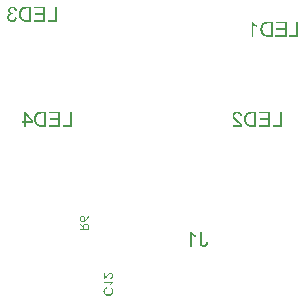
<source format=gbr>
G04*
G04 #@! TF.GenerationSoftware,Altium Limited,Altium Designer,26.1.1 (7)*
G04*
G04 Layer_Color=32896*
%FSLAX44Y44*%
%MOMM*%
G71*
G04*
G04 #@! TF.SameCoordinates,FB23F88C-E865-406B-BE6F-A8DC1CEE19A6*
G04*
G04*
G04 #@! TF.FilePolarity,Positive*
G04*
G01*
G75*
%ADD10C,0.1244*%
G36*
X182699Y463599D02*
X174813D01*
Y465092D01*
X181023D01*
Y476201D01*
X182699D01*
Y463599D01*
D02*
G37*
G36*
X172810D02*
X163394D01*
Y465092D01*
X171134D01*
Y469372D01*
X164159D01*
Y470865D01*
X171134D01*
Y474708D01*
X163685D01*
Y476201D01*
X172810D01*
Y463599D01*
D02*
G37*
G36*
X161081D02*
X156546D01*
X156128Y463617D01*
X155745Y463635D01*
X155399Y463672D01*
X155108Y463708D01*
X154853Y463744D01*
X154671Y463763D01*
X154616Y463781D01*
X154561Y463799D01*
X154525D01*
X154197Y463890D01*
X153906Y463999D01*
X153651Y464090D01*
X153432Y464200D01*
X153250Y464291D01*
X153123Y464364D01*
X153050Y464418D01*
X153013Y464436D01*
X152777Y464600D01*
X152576Y464801D01*
X152376Y464983D01*
X152212Y465165D01*
X152066Y465329D01*
X151957Y465456D01*
X151884Y465547D01*
X151866Y465584D01*
X151684Y465875D01*
X151502Y466185D01*
X151356Y466476D01*
X151247Y466768D01*
X151138Y467023D01*
X151065Y467223D01*
X151046Y467296D01*
X151028Y467350D01*
X151010Y467387D01*
Y467405D01*
X150901Y467842D01*
X150810Y468279D01*
X150755Y468698D01*
X150701Y469099D01*
X150682Y469445D01*
Y469590D01*
X150664Y469718D01*
Y469809D01*
Y469900D01*
Y469936D01*
Y469955D01*
X150682Y470574D01*
X150737Y471138D01*
X150828Y471648D01*
X150864Y471885D01*
X150919Y472085D01*
X150974Y472286D01*
X151010Y472450D01*
X151046Y472595D01*
X151101Y472723D01*
X151119Y472832D01*
X151156Y472905D01*
X151174Y472941D01*
Y472960D01*
X151374Y473433D01*
X151611Y473852D01*
X151866Y474216D01*
X152103Y474526D01*
X152321Y474781D01*
X152503Y474963D01*
X152576Y475018D01*
X152631Y475072D01*
X152649Y475090D01*
X152667Y475109D01*
X152959Y475345D01*
X153268Y475527D01*
X153578Y475691D01*
X153869Y475819D01*
X154124Y475910D01*
X154325Y475965D01*
X154397Y476001D01*
X154452D01*
X154488Y476019D01*
X154507D01*
X154816Y476074D01*
X155181Y476128D01*
X155545Y476165D01*
X155909Y476183D01*
X156237Y476201D01*
X161081D01*
Y463599D01*
D02*
G37*
G36*
X149535Y468042D02*
Y466622D01*
X144053D01*
Y463599D01*
X142505D01*
Y466622D01*
X140793D01*
Y468042D01*
X142505D01*
Y476201D01*
X143762D01*
X149535Y468042D01*
D02*
G37*
G36*
X132856Y565120D02*
X133347Y565028D01*
X133766Y564883D01*
X134130Y564737D01*
X134294Y564646D01*
X134422Y564573D01*
X134549Y564500D01*
X134640Y564427D01*
X134713Y564373D01*
X134768Y564336D01*
X134804Y564318D01*
X134823Y564300D01*
X135169Y563954D01*
X135442Y563572D01*
X135660Y563171D01*
X135842Y562770D01*
X135952Y562424D01*
X136006Y562279D01*
X136043Y562151D01*
X136061Y562042D01*
X136079Y561969D01*
X136097Y561914D01*
Y561896D01*
X134549Y561623D01*
X134476Y562024D01*
X134367Y562369D01*
X134240Y562661D01*
X134112Y562898D01*
X133985Y563080D01*
X133876Y563207D01*
X133803Y563298D01*
X133784Y563316D01*
X133548Y563499D01*
X133293Y563644D01*
X133056Y563735D01*
X132819Y563808D01*
X132601Y563845D01*
X132437Y563881D01*
X132291D01*
X131963Y563863D01*
X131672Y563790D01*
X131417Y563699D01*
X131198Y563608D01*
X131034Y563499D01*
X130907Y563408D01*
X130816Y563335D01*
X130798Y563316D01*
X130597Y563098D01*
X130452Y562861D01*
X130361Y562625D01*
X130288Y562406D01*
X130251Y562206D01*
X130215Y562060D01*
Y561951D01*
Y561932D01*
Y561914D01*
Y561714D01*
X130251Y561532D01*
X130342Y561222D01*
X130470Y560949D01*
X130616Y560712D01*
X130761Y560548D01*
X130889Y560421D01*
X130980Y560348D01*
X130998Y560330D01*
X131016D01*
X131326Y560166D01*
X131617Y560038D01*
X131927Y559947D01*
X132200Y559893D01*
X132437Y559856D01*
X132637Y559820D01*
X132874D01*
X132947Y559838D01*
X133038D01*
X133220Y558472D01*
X132983Y558527D01*
X132765Y558563D01*
X132583Y558600D01*
X132419Y558618D01*
X132291Y558636D01*
X132127D01*
X131745Y558600D01*
X131399Y558527D01*
X131089Y558418D01*
X130834Y558290D01*
X130634Y558163D01*
X130488Y558053D01*
X130397Y557980D01*
X130361Y557944D01*
X130124Y557671D01*
X129942Y557379D01*
X129814Y557088D01*
X129741Y556797D01*
X129687Y556560D01*
X129669Y556360D01*
X129650Y556287D01*
Y556232D01*
Y556196D01*
Y556177D01*
X129687Y555777D01*
X129778Y555413D01*
X129887Y555103D01*
X130033Y554830D01*
X130178Y554611D01*
X130288Y554447D01*
X130379Y554338D01*
X130415Y554302D01*
X130707Y554047D01*
X131016Y553865D01*
X131326Y553737D01*
X131617Y553646D01*
X131872Y553591D01*
X132072Y553573D01*
X132145Y553555D01*
X132255D01*
X132583Y553573D01*
X132892Y553646D01*
X133165Y553737D01*
X133384Y553846D01*
X133566Y553937D01*
X133712Y554029D01*
X133784Y554101D01*
X133821Y554120D01*
X134039Y554375D01*
X134221Y554666D01*
X134385Y554976D01*
X134513Y555303D01*
X134604Y555577D01*
X134640Y555704D01*
X134659Y555813D01*
X134677Y555904D01*
X134695Y555977D01*
X134713Y556014D01*
Y556032D01*
X136261Y555831D01*
X136225Y555540D01*
X136170Y555267D01*
X136006Y554757D01*
X135806Y554320D01*
X135697Y554138D01*
X135587Y553956D01*
X135478Y553792D01*
X135369Y553664D01*
X135278Y553537D01*
X135187Y553446D01*
X135132Y553373D01*
X135077Y553318D01*
X135041Y553282D01*
X135023Y553264D01*
X134804Y553100D01*
X134586Y552936D01*
X134367Y552808D01*
X134130Y552699D01*
X133675Y552517D01*
X133238Y552408D01*
X133038Y552371D01*
X132856Y552335D01*
X132692Y552317D01*
X132546Y552298D01*
X132437Y552280D01*
X132273D01*
X131927Y552298D01*
X131617Y552335D01*
X131308Y552389D01*
X131016Y552462D01*
X130743Y552553D01*
X130506Y552644D01*
X130270Y552754D01*
X130069Y552863D01*
X129869Y552954D01*
X129705Y553063D01*
X129559Y553154D01*
X129450Y553245D01*
X129359Y553318D01*
X129286Y553373D01*
X129250Y553409D01*
X129232Y553428D01*
X129013Y553646D01*
X128831Y553883D01*
X128667Y554120D01*
X128521Y554356D01*
X128412Y554575D01*
X128303Y554812D01*
X128157Y555249D01*
X128121Y555449D01*
X128084Y555631D01*
X128048Y555795D01*
X128029Y555941D01*
X128011Y556050D01*
Y556141D01*
Y556196D01*
Y556214D01*
X128029Y556651D01*
X128102Y557052D01*
X128212Y557398D01*
X128321Y557689D01*
X128430Y557926D01*
X128539Y558108D01*
X128612Y558217D01*
X128631Y558254D01*
X128885Y558527D01*
X129159Y558764D01*
X129450Y558946D01*
X129741Y559091D01*
X129996Y559201D01*
X130197Y559273D01*
X130270Y559292D01*
X130324Y559310D01*
X130361Y559328D01*
X130379D01*
X130069Y559492D01*
X129814Y559656D01*
X129596Y559838D01*
X129414Y560002D01*
X129268Y560148D01*
X129159Y560275D01*
X129104Y560348D01*
X129086Y560384D01*
X128940Y560639D01*
X128831Y560894D01*
X128740Y561149D01*
X128685Y561386D01*
X128649Y561586D01*
X128631Y561732D01*
Y561841D01*
Y561878D01*
X128649Y562187D01*
X128703Y562497D01*
X128776Y562770D01*
X128867Y563007D01*
X128958Y563207D01*
X129031Y563371D01*
X129086Y563462D01*
X129104Y563499D01*
X129286Y563772D01*
X129505Y564009D01*
X129723Y564209D01*
X129942Y564391D01*
X130124Y564519D01*
X130288Y564628D01*
X130397Y564682D01*
X130415Y564701D01*
X130434D01*
X130761Y564846D01*
X131089Y564956D01*
X131417Y565047D01*
X131708Y565101D01*
X131945Y565138D01*
X132145Y565156D01*
X132601D01*
X132856Y565120D01*
D02*
G37*
G36*
X169971Y552499D02*
X162086D01*
Y553992D01*
X168296D01*
Y565101D01*
X169971D01*
Y552499D01*
D02*
G37*
G36*
X160082D02*
X150667D01*
Y553992D01*
X158407D01*
Y558272D01*
X151432D01*
Y559765D01*
X158407D01*
Y563608D01*
X150958D01*
Y565101D01*
X160082D01*
Y552499D01*
D02*
G37*
G36*
X148354D02*
X143819D01*
X143400Y552517D01*
X143018Y552535D01*
X142672Y552572D01*
X142380Y552608D01*
X142125Y552644D01*
X141943Y552663D01*
X141889Y552681D01*
X141834Y552699D01*
X141798D01*
X141470Y552790D01*
X141178Y552899D01*
X140924Y552990D01*
X140705Y553100D01*
X140523Y553191D01*
X140395Y553264D01*
X140323Y553318D01*
X140286Y553336D01*
X140049Y553500D01*
X139849Y553701D01*
X139649Y553883D01*
X139485Y554065D01*
X139339Y554229D01*
X139230Y554356D01*
X139157Y554447D01*
X139139Y554484D01*
X138957Y554775D01*
X138774Y555085D01*
X138629Y555376D01*
X138519Y555668D01*
X138410Y555923D01*
X138337Y556123D01*
X138319Y556196D01*
X138301Y556250D01*
X138283Y556287D01*
Y556305D01*
X138174Y556742D01*
X138082Y557179D01*
X138028Y557598D01*
X137973Y557999D01*
X137955Y558345D01*
Y558490D01*
X137937Y558618D01*
Y558709D01*
Y558800D01*
Y558836D01*
Y558855D01*
X137955Y559474D01*
X138010Y560038D01*
X138101Y560548D01*
X138137Y560785D01*
X138192Y560985D01*
X138246Y561186D01*
X138283Y561350D01*
X138319Y561495D01*
X138374Y561623D01*
X138392Y561732D01*
X138428Y561805D01*
X138447Y561841D01*
Y561860D01*
X138647Y562333D01*
X138884Y562752D01*
X139139Y563116D01*
X139375Y563426D01*
X139594Y563681D01*
X139776Y563863D01*
X139849Y563918D01*
X139904Y563972D01*
X139922Y563990D01*
X139940Y564009D01*
X140231Y564245D01*
X140541Y564427D01*
X140851Y564591D01*
X141142Y564719D01*
X141397Y564810D01*
X141597Y564865D01*
X141670Y564901D01*
X141725D01*
X141761Y564919D01*
X141779D01*
X142089Y564974D01*
X142453Y565028D01*
X142817Y565065D01*
X143182Y565083D01*
X143510Y565101D01*
X148354D01*
Y552499D01*
D02*
G37*
G36*
X323000Y476238D02*
X323310Y476219D01*
X323601Y476165D01*
X323875Y476110D01*
X324130Y476037D01*
X324366Y475965D01*
X324585Y475873D01*
X324785Y475782D01*
X324967Y475691D01*
X325113Y475600D01*
X325241Y475527D01*
X325350Y475455D01*
X325441Y475400D01*
X325495Y475345D01*
X325532Y475327D01*
X325550Y475309D01*
X325732Y475127D01*
X325896Y474926D01*
X326060Y474708D01*
X326188Y474489D01*
X326406Y474052D01*
X326552Y473615D01*
X326606Y473415D01*
X326661Y473214D01*
X326698Y473051D01*
X326734Y472905D01*
X326752Y472777D01*
Y472686D01*
X326770Y472632D01*
Y472614D01*
X325186Y472450D01*
X325149Y472868D01*
X325077Y473233D01*
X324967Y473561D01*
X324840Y473815D01*
X324731Y474034D01*
X324621Y474180D01*
X324548Y474271D01*
X324512Y474307D01*
X324239Y474526D01*
X323947Y474690D01*
X323638Y474817D01*
X323365Y474890D01*
X323110Y474945D01*
X322891Y474963D01*
X322818Y474981D01*
X322709D01*
X322327Y474963D01*
X321981Y474890D01*
X321689Y474781D01*
X321434Y474672D01*
X321234Y474544D01*
X321106Y474453D01*
X321015Y474380D01*
X320979Y474344D01*
X320760Y474089D01*
X320597Y473834D01*
X320469Y473579D01*
X320396Y473324D01*
X320342Y473124D01*
X320323Y472941D01*
X320305Y472832D01*
Y472814D01*
Y472796D01*
X320342Y472468D01*
X320414Y472122D01*
X320542Y471812D01*
X320669Y471521D01*
X320815Y471284D01*
X320943Y471084D01*
X320979Y471011D01*
X321015Y470956D01*
X321052Y470938D01*
Y470920D01*
X321198Y470719D01*
X321380Y470519D01*
X321580Y470301D01*
X321799Y470082D01*
X322254Y469645D01*
X322709Y469208D01*
X322946Y469008D01*
X323146Y468825D01*
X323346Y468662D01*
X323511Y468516D01*
X323638Y468407D01*
X323747Y468316D01*
X323820Y468261D01*
X323838Y468243D01*
X324294Y467860D01*
X324712Y467496D01*
X325059Y467168D01*
X325332Y466895D01*
X325568Y466658D01*
X325732Y466494D01*
X325823Y466385D01*
X325860Y466367D01*
Y466349D01*
X326115Y466039D01*
X326315Y465748D01*
X326497Y465456D01*
X326643Y465201D01*
X326752Y464983D01*
X326825Y464819D01*
X326861Y464710D01*
X326880Y464691D01*
Y464673D01*
X326953Y464473D01*
X326989Y464291D01*
X327025Y464109D01*
X327043Y463945D01*
X327062Y463799D01*
Y463690D01*
Y463617D01*
Y463599D01*
X318703D01*
Y465092D01*
X324913D01*
X324694Y465402D01*
X324585Y465529D01*
X324494Y465657D01*
X324403Y465766D01*
X324330Y465839D01*
X324275Y465893D01*
X324257Y465912D01*
X324166Y466003D01*
X324057Y466094D01*
X323802Y466330D01*
X323511Y466604D01*
X323201Y466877D01*
X322910Y467114D01*
X322782Y467223D01*
X322673Y467332D01*
X322582Y467405D01*
X322509Y467460D01*
X322472Y467496D01*
X322454Y467514D01*
X322163Y467769D01*
X321871Y468006D01*
X321616Y468243D01*
X321380Y468443D01*
X321161Y468643D01*
X320979Y468825D01*
X320797Y468989D01*
X320651Y469135D01*
X320505Y469281D01*
X320396Y469390D01*
X320305Y469481D01*
X320214Y469572D01*
X320123Y469682D01*
X320087Y469718D01*
X319832Y470028D01*
X319613Y470301D01*
X319431Y470574D01*
X319285Y470792D01*
X319176Y470993D01*
X319103Y471138D01*
X319067Y471230D01*
X319049Y471266D01*
X318939Y471539D01*
X318866Y471812D01*
X318794Y472067D01*
X318757Y472286D01*
X318739Y472486D01*
X318721Y472632D01*
Y472723D01*
Y472759D01*
X318739Y473032D01*
X318775Y473287D01*
X318812Y473542D01*
X318885Y473761D01*
X319067Y474198D01*
X319249Y474544D01*
X319358Y474708D01*
X319449Y474835D01*
X319540Y474963D01*
X319631Y475054D01*
X319704Y475127D01*
X319741Y475200D01*
X319777Y475218D01*
X319795Y475236D01*
X319996Y475418D01*
X320214Y475582D01*
X320451Y475710D01*
X320688Y475819D01*
X321161Y476001D01*
X321635Y476128D01*
X321835Y476165D01*
X322035Y476201D01*
X322217Y476219D01*
X322363Y476238D01*
X322491Y476256D01*
X322673D01*
X323000Y476238D01*
D02*
G37*
G36*
X360535Y463599D02*
X352649D01*
Y465092D01*
X358860D01*
Y476201D01*
X360535D01*
Y463599D01*
D02*
G37*
G36*
X350646D02*
X341231D01*
Y465092D01*
X348970D01*
Y469372D01*
X341995D01*
Y470865D01*
X348970D01*
Y474708D01*
X341522D01*
Y476201D01*
X350646D01*
Y463599D01*
D02*
G37*
G36*
X338918D02*
X334383D01*
X333964Y463617D01*
X333582Y463635D01*
X333236Y463672D01*
X332944Y463708D01*
X332689Y463744D01*
X332507Y463763D01*
X332452Y463781D01*
X332398Y463799D01*
X332361D01*
X332034Y463890D01*
X331742Y463999D01*
X331487Y464090D01*
X331269Y464200D01*
X331087Y464291D01*
X330959Y464364D01*
X330886Y464418D01*
X330850Y464436D01*
X330613Y464600D01*
X330413Y464801D01*
X330212Y464983D01*
X330048Y465165D01*
X329903Y465329D01*
X329794Y465456D01*
X329721Y465547D01*
X329702Y465584D01*
X329520Y465875D01*
X329338Y466185D01*
X329193Y466476D01*
X329083Y466768D01*
X328974Y467023D01*
X328901Y467223D01*
X328883Y467296D01*
X328865Y467350D01*
X328847Y467387D01*
Y467405D01*
X328737Y467842D01*
X328646Y468279D01*
X328591Y468698D01*
X328537Y469099D01*
X328519Y469445D01*
Y469590D01*
X328501Y469718D01*
Y469809D01*
Y469900D01*
Y469936D01*
Y469955D01*
X328519Y470574D01*
X328573Y471138D01*
X328664Y471648D01*
X328701Y471885D01*
X328755Y472085D01*
X328810Y472286D01*
X328847Y472450D01*
X328883Y472595D01*
X328938Y472723D01*
X328956Y472832D01*
X328992Y472905D01*
X329010Y472941D01*
Y472960D01*
X329211Y473433D01*
X329448Y473852D01*
X329702Y474216D01*
X329939Y474526D01*
X330158Y474781D01*
X330340Y474963D01*
X330413Y475018D01*
X330467Y475072D01*
X330486Y475090D01*
X330504Y475109D01*
X330795Y475345D01*
X331105Y475527D01*
X331414Y475691D01*
X331706Y475819D01*
X331961Y475910D01*
X332161Y475965D01*
X332234Y476001D01*
X332289D01*
X332325Y476019D01*
X332343D01*
X332653Y476074D01*
X333017Y476128D01*
X333381Y476165D01*
X333745Y476183D01*
X334073Y476201D01*
X338918D01*
Y463599D01*
D02*
G37*
G36*
X336056Y552146D02*
X336256Y551855D01*
X336493Y551563D01*
X336711Y551309D01*
X336930Y551090D01*
X337094Y550908D01*
X337167Y550853D01*
X337221Y550799D01*
X337239Y550780D01*
X337258Y550762D01*
X337640Y550453D01*
X338022Y550161D01*
X338387Y549906D01*
X338751Y549706D01*
X339061Y549524D01*
X339188Y549451D01*
X339297Y549396D01*
X339388Y549342D01*
X339461Y549324D01*
X339498Y549287D01*
X339516D01*
Y547794D01*
X339243Y547903D01*
X338969Y548031D01*
X338696Y548158D01*
X338441Y548285D01*
X338223Y548395D01*
X338041Y548486D01*
X337932Y548559D01*
X337913Y548577D01*
X337895D01*
X337567Y548777D01*
X337276Y548978D01*
X337021Y549160D01*
X336820Y549324D01*
X336638Y549451D01*
X336529Y549560D01*
X336438Y549633D01*
X336420Y549651D01*
Y539799D01*
X334872D01*
Y552456D01*
X335873D01*
X336056Y552146D01*
D02*
G37*
G36*
X374392Y539799D02*
X366506D01*
Y541292D01*
X372716D01*
Y552401D01*
X374392D01*
Y539799D01*
D02*
G37*
G36*
X364502D02*
X355087D01*
Y541292D01*
X362827D01*
Y545572D01*
X355852D01*
Y547065D01*
X362827D01*
Y550908D01*
X355378D01*
Y552401D01*
X364502D01*
Y539799D01*
D02*
G37*
G36*
X352774D02*
X348239D01*
X347821Y539817D01*
X347438Y539835D01*
X347092Y539872D01*
X346801Y539908D01*
X346546Y539944D01*
X346363Y539963D01*
X346309Y539981D01*
X346254Y539999D01*
X346218D01*
X345890Y540090D01*
X345599Y540199D01*
X345344Y540290D01*
X345125Y540400D01*
X344943Y540491D01*
X344815Y540564D01*
X344743Y540618D01*
X344706Y540636D01*
X344469Y540800D01*
X344269Y541001D01*
X344069Y541183D01*
X343905Y541365D01*
X343759Y541529D01*
X343650Y541656D01*
X343577Y541747D01*
X343559Y541784D01*
X343377Y542075D01*
X343195Y542385D01*
X343049Y542676D01*
X342940Y542968D01*
X342830Y543223D01*
X342758Y543423D01*
X342739Y543496D01*
X342721Y543550D01*
X342703Y543587D01*
Y543605D01*
X342594Y544042D01*
X342503Y544479D01*
X342448Y544898D01*
X342393Y545299D01*
X342375Y545645D01*
Y545790D01*
X342357Y545918D01*
Y546009D01*
Y546100D01*
Y546136D01*
Y546155D01*
X342375Y546774D01*
X342430Y547338D01*
X342521Y547848D01*
X342557Y548085D01*
X342612Y548285D01*
X342667Y548486D01*
X342703Y548650D01*
X342739Y548795D01*
X342794Y548923D01*
X342812Y549032D01*
X342849Y549105D01*
X342867Y549141D01*
Y549160D01*
X343067Y549633D01*
X343304Y550052D01*
X343559Y550416D01*
X343796Y550726D01*
X344014Y550981D01*
X344196Y551163D01*
X344269Y551217D01*
X344324Y551272D01*
X344342Y551290D01*
X344360Y551309D01*
X344652Y551545D01*
X344961Y551727D01*
X345271Y551891D01*
X345562Y552019D01*
X345817Y552110D01*
X346017Y552164D01*
X346090Y552201D01*
X346145D01*
X346181Y552219D01*
X346200D01*
X346509Y552274D01*
X346873Y552328D01*
X347238Y552365D01*
X347602Y552383D01*
X347930Y552401D01*
X352774D01*
Y539799D01*
D02*
G37*
G36*
X210509Y335937D02*
X210708Y336077D01*
X210789Y336147D01*
X210871Y336205D01*
X210941Y336263D01*
X210987Y336310D01*
X211022Y336345D01*
X211034Y336356D01*
X211092Y336415D01*
X211151Y336485D01*
X211302Y336648D01*
X211477Y336834D01*
X211652Y337033D01*
X211804Y337219D01*
X211874Y337301D01*
X211943Y337371D01*
X211990Y337429D01*
X212025Y337476D01*
X212048Y337499D01*
X212060Y337511D01*
X212223Y337697D01*
X212375Y337884D01*
X212526Y338047D01*
X212655Y338198D01*
X212783Y338338D01*
X212899Y338455D01*
X213004Y338572D01*
X213098Y338665D01*
X213191Y338758D01*
X213261Y338828D01*
X213319Y338886D01*
X213378Y338945D01*
X213447Y339003D01*
X213471Y339026D01*
X213669Y339189D01*
X213844Y339329D01*
X214019Y339446D01*
X214159Y339539D01*
X214287Y339609D01*
X214380Y339656D01*
X214438Y339679D01*
X214462Y339691D01*
X214637Y339761D01*
X214812Y339807D01*
X214975Y339854D01*
X215115Y339877D01*
X215243Y339889D01*
X215336Y339901D01*
X215394D01*
X215418D01*
X215593Y339889D01*
X215756Y339866D01*
X215919Y339842D01*
X216059Y339796D01*
X216339Y339679D01*
X216560Y339562D01*
X216665Y339492D01*
X216747Y339434D01*
X216828Y339376D01*
X216887Y339318D01*
X216933Y339271D01*
X216980Y339248D01*
X216992Y339224D01*
X217003Y339213D01*
X217120Y339085D01*
X217225Y338945D01*
X217306Y338793D01*
X217376Y338642D01*
X217493Y338338D01*
X217575Y338035D01*
X217598Y337907D01*
X217621Y337779D01*
X217633Y337662D01*
X217645Y337569D01*
X217656Y337487D01*
Y337371D01*
X217645Y337161D01*
X217633Y336963D01*
X217598Y336776D01*
X217563Y336601D01*
X217516Y336438D01*
X217470Y336286D01*
X217411Y336147D01*
X217353Y336018D01*
X217295Y335902D01*
X217236Y335808D01*
X217190Y335727D01*
X217143Y335657D01*
X217108Y335599D01*
X217073Y335564D01*
X217062Y335540D01*
X217050Y335529D01*
X216933Y335412D01*
X216805Y335307D01*
X216665Y335202D01*
X216525Y335121D01*
X216246Y334981D01*
X215966Y334887D01*
X215837Y334852D01*
X215709Y334817D01*
X215604Y334794D01*
X215511Y334771D01*
X215429Y334759D01*
X215371D01*
X215336Y334748D01*
X215324D01*
X215220Y335762D01*
X215488Y335785D01*
X215721Y335832D01*
X215931Y335902D01*
X216094Y335983D01*
X216234Y336053D01*
X216327Y336123D01*
X216385Y336170D01*
X216409Y336193D01*
X216549Y336368D01*
X216654Y336555D01*
X216735Y336753D01*
X216782Y336928D01*
X216817Y337091D01*
X216828Y337231D01*
X216840Y337277D01*
Y337347D01*
X216828Y337592D01*
X216782Y337814D01*
X216712Y338000D01*
X216642Y338163D01*
X216560Y338292D01*
X216502Y338373D01*
X216455Y338432D01*
X216432Y338455D01*
X216269Y338595D01*
X216106Y338700D01*
X215942Y338781D01*
X215779Y338828D01*
X215651Y338863D01*
X215534Y338875D01*
X215464Y338886D01*
X215453D01*
X215441D01*
X215231Y338863D01*
X215010Y338816D01*
X214812Y338735D01*
X214625Y338653D01*
X214473Y338560D01*
X214345Y338478D01*
X214299Y338455D01*
X214264Y338432D01*
X214252Y338408D01*
X214240D01*
X214112Y338315D01*
X213984Y338198D01*
X213844Y338070D01*
X213704Y337930D01*
X213424Y337639D01*
X213144Y337347D01*
X213016Y337196D01*
X212899Y337068D01*
X212795Y336939D01*
X212701Y336834D01*
X212631Y336753D01*
X212573Y336683D01*
X212538Y336636D01*
X212526Y336624D01*
X212282Y336333D01*
X212048Y336065D01*
X211839Y335843D01*
X211664Y335668D01*
X211512Y335517D01*
X211407Y335412D01*
X211337Y335354D01*
X211326Y335330D01*
X211314D01*
X211116Y335167D01*
X210929Y335039D01*
X210743Y334922D01*
X210579Y334829D01*
X210440Y334759D01*
X210335Y334712D01*
X210265Y334689D01*
X210253Y334678D01*
X210241D01*
X210113Y334631D01*
X209997Y334608D01*
X209880Y334584D01*
X209775Y334573D01*
X209682Y334561D01*
X209612D01*
X209565D01*
X209554D01*
Y339912D01*
X210509D01*
Y335937D01*
D02*
G37*
G36*
X217656Y331518D02*
X217458Y331401D01*
X217271Y331273D01*
X217085Y331122D01*
X216922Y330982D01*
X216782Y330842D01*
X216665Y330737D01*
X216630Y330690D01*
X216595Y330655D01*
X216584Y330644D01*
X216572Y330632D01*
X216374Y330387D01*
X216187Y330142D01*
X216024Y329909D01*
X215896Y329676D01*
X215779Y329478D01*
X215733Y329396D01*
X215698Y329326D01*
X215663Y329268D01*
X215651Y329221D01*
X215628Y329198D01*
Y329186D01*
X214672D01*
X214742Y329361D01*
X214823Y329536D01*
X214905Y329711D01*
X214986Y329874D01*
X215056Y330014D01*
X215115Y330131D01*
X215161Y330201D01*
X215173Y330212D01*
Y330224D01*
X215301Y330434D01*
X215429Y330620D01*
X215546Y330784D01*
X215651Y330912D01*
X215733Y331028D01*
X215802Y331098D01*
X215849Y331157D01*
X215861Y331168D01*
X209554D01*
Y332159D01*
X217656D01*
Y331518D01*
D02*
G37*
G36*
X212375Y326447D02*
X212188Y326400D01*
X212013Y326342D01*
X211850Y326283D01*
X211699Y326225D01*
X211559Y326155D01*
X211442Y326085D01*
X211326Y326003D01*
X211221Y325934D01*
X211127Y325875D01*
X211057Y325805D01*
X210987Y325747D01*
X210929Y325700D01*
X210894Y325654D01*
X210859Y325619D01*
X210848Y325607D01*
X210836Y325596D01*
X210743Y325479D01*
X210673Y325351D01*
X210544Y325094D01*
X210451Y324849D01*
X210393Y324604D01*
X210346Y324395D01*
X210335Y324313D01*
Y324231D01*
X210323Y324161D01*
Y324080D01*
X210335Y323812D01*
X210381Y323555D01*
X210440Y323322D01*
X210509Y323112D01*
X210579Y322949D01*
X210614Y322879D01*
X210638Y322821D01*
X210661Y322774D01*
X210684Y322739D01*
X210696Y322716D01*
Y322704D01*
X210859Y322483D01*
X211034Y322296D01*
X211232Y322133D01*
X211419Y322005D01*
X211582Y321900D01*
X211722Y321830D01*
X211780Y321806D01*
X211815Y321783D01*
X211839Y321772D01*
X211850D01*
X212153Y321678D01*
X212456Y321608D01*
X212760Y321550D01*
X213039Y321515D01*
X213168Y321503D01*
X213284Y321492D01*
X213389D01*
X213471Y321480D01*
X213541D01*
X213599D01*
X213634D01*
X213646D01*
X213949Y321492D01*
X214229Y321515D01*
X214485Y321562D01*
X214718Y321608D01*
X214916Y321643D01*
X214998Y321666D01*
X215068Y321690D01*
X215126Y321702D01*
X215161Y321713D01*
X215185Y321725D01*
X215196D01*
X215464Y321841D01*
X215709Y321970D01*
X215907Y322110D01*
X216082Y322261D01*
X216222Y322389D01*
X216315Y322494D01*
X216374Y322576D01*
X216397Y322588D01*
Y322599D01*
X216549Y322844D01*
X216665Y323112D01*
X216747Y323369D01*
X216793Y323614D01*
X216828Y323835D01*
X216840Y323928D01*
Y324010D01*
X216852Y324068D01*
Y324161D01*
X216840Y324453D01*
X216793Y324721D01*
X216724Y324943D01*
X216654Y325141D01*
X216572Y325292D01*
X216514Y325409D01*
X216467Y325479D01*
X216444Y325502D01*
X216269Y325689D01*
X216071Y325864D01*
X215861Y326003D01*
X215651Y326120D01*
X215464Y326213D01*
X215371Y326248D01*
X215301Y326272D01*
X215243Y326295D01*
X215196Y326318D01*
X215173Y326330D01*
X215161D01*
X215406Y327379D01*
X215616Y327309D01*
X215802Y327239D01*
X215977Y327146D01*
X216152Y327065D01*
X216304Y326971D01*
X216444Y326866D01*
X216584Y326773D01*
X216700Y326680D01*
X216793Y326586D01*
X216887Y326505D01*
X216968Y326423D01*
X217027Y326365D01*
X217085Y326307D01*
X217120Y326260D01*
X217132Y326237D01*
X217143Y326225D01*
X217248Y326062D01*
X217353Y325899D01*
X217435Y325735D01*
X217505Y325560D01*
X217610Y325211D01*
X217680Y324896D01*
X217715Y324744D01*
X217726Y324616D01*
X217738Y324488D01*
X217750Y324383D01*
X217761Y324301D01*
Y324185D01*
X217738Y323800D01*
X217680Y323427D01*
X217610Y323101D01*
X217563Y322949D01*
X217516Y322809D01*
X217470Y322681D01*
X217423Y322564D01*
X217388Y322471D01*
X217353Y322378D01*
X217318Y322319D01*
X217295Y322273D01*
X217283Y322238D01*
X217271Y322226D01*
X217073Y321911D01*
X216840Y321643D01*
X216607Y321410D01*
X216374Y321212D01*
X216164Y321060D01*
X216071Y321002D01*
X215989Y320955D01*
X215931Y320909D01*
X215884Y320885D01*
X215849Y320874D01*
X215837Y320862D01*
X215476Y320699D01*
X215103Y320582D01*
X214730Y320501D01*
X214392Y320442D01*
X214240Y320419D01*
X214089Y320407D01*
X213972Y320396D01*
X213856D01*
X213774Y320384D01*
X213704D01*
X213657D01*
X213646D01*
X213226Y320407D01*
X212818Y320454D01*
X212456Y320512D01*
X212282Y320559D01*
X212130Y320594D01*
X211990Y320629D01*
X211862Y320676D01*
X211745Y320710D01*
X211652Y320734D01*
X211582Y320769D01*
X211524Y320780D01*
X211489Y320804D01*
X211477D01*
X211127Y320979D01*
X210813Y321177D01*
X210544Y321387D01*
X210440Y321492D01*
X210335Y321585D01*
X210241Y321678D01*
X210160Y321772D01*
X210090Y321853D01*
X210043Y321923D01*
X209997Y321970D01*
X209962Y322016D01*
X209950Y322040D01*
X209938Y322051D01*
X209845Y322215D01*
X209763Y322378D01*
X209635Y322728D01*
X209542Y323077D01*
X209484Y323415D01*
X209460Y323579D01*
X209437Y323718D01*
X209425Y323847D01*
Y323952D01*
X209414Y324045D01*
Y324173D01*
X209425Y324406D01*
X209449Y324628D01*
X209472Y324838D01*
X209519Y325036D01*
X209577Y325222D01*
X209635Y325397D01*
X209693Y325560D01*
X209763Y325712D01*
X209822Y325840D01*
X209880Y325969D01*
X209938Y326062D01*
X209997Y326155D01*
X210043Y326213D01*
X210067Y326272D01*
X210090Y326295D01*
X210102Y326307D01*
X210241Y326470D01*
X210381Y326610D01*
X210544Y326738D01*
X210708Y326866D01*
X211034Y327076D01*
X211361Y327239D01*
X211512Y327309D01*
X211652Y327368D01*
X211780Y327414D01*
X211885Y327449D01*
X211978Y327484D01*
X212048Y327508D01*
X212095Y327519D01*
X212107D01*
X212375Y326447D01*
D02*
G37*
G36*
X284107Y374346D02*
X284308Y374055D01*
X284545Y373764D01*
X284763Y373509D01*
X284981Y373290D01*
X285145Y373108D01*
X285218Y373053D01*
X285273Y372999D01*
X285291Y372980D01*
X285309Y372962D01*
X285692Y372653D01*
X286074Y372361D01*
X286439Y372106D01*
X286803Y371906D01*
X287112Y371724D01*
X287240Y371651D01*
X287349Y371596D01*
X287440Y371542D01*
X287513Y371524D01*
X287549Y371487D01*
X287568D01*
Y369994D01*
X287294Y370103D01*
X287021Y370230D01*
X286748Y370358D01*
X286493Y370485D01*
X286275Y370595D01*
X286092Y370686D01*
X285983Y370759D01*
X285965Y370777D01*
X285947D01*
X285619Y370977D01*
X285328Y371177D01*
X285073Y371360D01*
X284872Y371524D01*
X284690Y371651D01*
X284581Y371760D01*
X284490Y371833D01*
X284472Y371851D01*
Y361999D01*
X282924D01*
Y374656D01*
X283925D01*
X284107Y374346D01*
D02*
G37*
G36*
X292521Y365914D02*
Y365532D01*
X292558Y365204D01*
X292576Y364931D01*
X292612Y364712D01*
X292649Y364548D01*
X292667Y364421D01*
X292703Y364348D01*
Y364330D01*
X292776Y364148D01*
X292867Y364002D01*
X292976Y363875D01*
X293068Y363747D01*
X293177Y363674D01*
X293250Y363601D01*
X293304Y363565D01*
X293323Y363547D01*
X293505Y363456D01*
X293687Y363383D01*
X293869Y363346D01*
X294033Y363310D01*
X294197Y363292D01*
X294306Y363274D01*
X294415D01*
X294707Y363292D01*
X294980Y363365D01*
X295198Y363437D01*
X295399Y363547D01*
X295544Y363638D01*
X295654Y363729D01*
X295727Y363783D01*
X295745Y363802D01*
X295836Y363911D01*
X295909Y364038D01*
X296018Y364330D01*
X296127Y364658D01*
X296182Y364986D01*
X296236Y365295D01*
Y365423D01*
X296255Y365532D01*
X296273Y365641D01*
Y365714D01*
Y365750D01*
Y365769D01*
X297784Y365550D01*
Y365204D01*
X297766Y364894D01*
X297712Y364585D01*
X297675Y364312D01*
X297602Y364057D01*
X297530Y363838D01*
X297457Y363620D01*
X297384Y363437D01*
X297293Y363274D01*
X297220Y363128D01*
X297147Y363000D01*
X297074Y362909D01*
X297020Y362836D01*
X296983Y362764D01*
X296965Y362745D01*
X296947Y362727D01*
X296765Y362563D01*
X296583Y362418D01*
X296382Y362290D01*
X296164Y362181D01*
X295745Y362017D01*
X295344Y361908D01*
X294962Y361835D01*
X294816Y361817D01*
X294670Y361798D01*
X294561Y361780D01*
X294397D01*
X293996Y361798D01*
X293632Y361853D01*
X293304Y361926D01*
X293013Y362017D01*
X292776Y362090D01*
X292612Y362163D01*
X292503Y362217D01*
X292467Y362235D01*
X292175Y362418D01*
X291920Y362636D01*
X291720Y362855D01*
X291538Y363055D01*
X291410Y363255D01*
X291319Y363401D01*
X291265Y363510D01*
X291246Y363529D01*
Y363547D01*
X291119Y363911D01*
X291010Y364293D01*
X290937Y364712D01*
X290900Y365113D01*
X290864Y365459D01*
Y365605D01*
X290846Y365750D01*
Y365860D01*
Y365933D01*
Y365987D01*
Y366005D01*
Y374601D01*
X292521D01*
Y365914D01*
D02*
G37*
%LPC*%
G36*
X159406Y474708D02*
X156492D01*
X156255Y474690D01*
X156018D01*
X155800Y474672D01*
X155436Y474617D01*
X155144Y474580D01*
X154907Y474526D01*
X154743Y474471D01*
X154652Y474453D01*
X154616Y474435D01*
X154288Y474271D01*
X153979Y474071D01*
X153705Y473834D01*
X153469Y473597D01*
X153287Y473378D01*
X153141Y473196D01*
X153104Y473124D01*
X153068Y473069D01*
X153032Y473032D01*
Y473014D01*
X152922Y472814D01*
X152813Y472577D01*
X152649Y472104D01*
X152540Y471594D01*
X152449Y471102D01*
X152431Y470883D01*
X152412Y470665D01*
X152394Y470483D01*
Y470319D01*
X152376Y470173D01*
Y470082D01*
Y470009D01*
Y469991D01*
X152394Y469481D01*
X152431Y469008D01*
X152485Y468589D01*
X152540Y468224D01*
X152576Y468079D01*
X152613Y467951D01*
X152649Y467824D01*
X152667Y467733D01*
X152686Y467660D01*
X152704Y467605D01*
X152722Y467569D01*
Y467551D01*
X152850Y467205D01*
X152995Y466895D01*
X153159Y466622D01*
X153305Y466385D01*
X153432Y466203D01*
X153541Y466076D01*
X153614Y466003D01*
X153633Y465966D01*
X153815Y465821D01*
X153997Y465693D01*
X154179Y465584D01*
X154361Y465475D01*
X154525Y465402D01*
X154652Y465347D01*
X154743Y465329D01*
X154780Y465311D01*
X155053Y465238D01*
X155381Y465183D01*
X155709Y465147D01*
X156018Y465129D01*
X156292Y465110D01*
X156419Y465092D01*
X159406D01*
Y474708D01*
D02*
G37*
G36*
X144053Y473688D02*
Y468042D01*
X148023D01*
X144053Y473688D01*
D02*
G37*
G36*
X146678Y563608D02*
X143764D01*
X143528Y563590D01*
X143291D01*
X143073Y563572D01*
X142708Y563517D01*
X142417Y563480D01*
X142180Y563426D01*
X142016Y563371D01*
X141925Y563353D01*
X141889Y563335D01*
X141561Y563171D01*
X141251Y562971D01*
X140978Y562734D01*
X140741Y562497D01*
X140559Y562279D01*
X140414Y562096D01*
X140377Y562024D01*
X140341Y561969D01*
X140304Y561932D01*
Y561914D01*
X140195Y561714D01*
X140086Y561477D01*
X139922Y561004D01*
X139812Y560494D01*
X139721Y560002D01*
X139703Y559783D01*
X139685Y559565D01*
X139667Y559383D01*
Y559219D01*
X139649Y559073D01*
Y558982D01*
Y558909D01*
Y558891D01*
X139667Y558381D01*
X139703Y557908D01*
X139758Y557489D01*
X139812Y557124D01*
X139849Y556979D01*
X139885Y556851D01*
X139922Y556724D01*
X139940Y556633D01*
X139958Y556560D01*
X139977Y556505D01*
X139995Y556469D01*
Y556451D01*
X140122Y556105D01*
X140268Y555795D01*
X140432Y555522D01*
X140577Y555285D01*
X140705Y555103D01*
X140814Y554976D01*
X140887Y554903D01*
X140905Y554866D01*
X141087Y554721D01*
X141270Y554593D01*
X141452Y554484D01*
X141634Y554375D01*
X141798Y554302D01*
X141925Y554247D01*
X142016Y554229D01*
X142053Y554211D01*
X142326Y554138D01*
X142654Y554083D01*
X142981Y554047D01*
X143291Y554029D01*
X143564Y554010D01*
X143692Y553992D01*
X146678D01*
Y563608D01*
D02*
G37*
G36*
X337242Y474708D02*
X334328D01*
X334091Y474690D01*
X333855D01*
X333636Y474672D01*
X333272Y474617D01*
X332981Y474580D01*
X332744Y474526D01*
X332580Y474471D01*
X332489Y474453D01*
X332452Y474435D01*
X332125Y474271D01*
X331815Y474071D01*
X331542Y473834D01*
X331305Y473597D01*
X331123Y473378D01*
X330977Y473196D01*
X330941Y473124D01*
X330904Y473069D01*
X330868Y473032D01*
Y473014D01*
X330759Y472814D01*
X330649Y472577D01*
X330486Y472104D01*
X330376Y471594D01*
X330285Y471102D01*
X330267Y470883D01*
X330249Y470665D01*
X330231Y470483D01*
Y470319D01*
X330212Y470173D01*
Y470082D01*
Y470009D01*
Y469991D01*
X330231Y469481D01*
X330267Y469008D01*
X330322Y468589D01*
X330376Y468224D01*
X330413Y468079D01*
X330449Y467951D01*
X330486Y467824D01*
X330504Y467733D01*
X330522Y467660D01*
X330540Y467605D01*
X330558Y467569D01*
Y467551D01*
X330686Y467205D01*
X330832Y466895D01*
X330995Y466622D01*
X331141Y466385D01*
X331269Y466203D01*
X331378Y466076D01*
X331451Y466003D01*
X331469Y465966D01*
X331651Y465821D01*
X331833Y465693D01*
X332015Y465584D01*
X332197Y465475D01*
X332361Y465402D01*
X332489Y465347D01*
X332580Y465329D01*
X332616Y465311D01*
X332890Y465238D01*
X333217Y465183D01*
X333545Y465147D01*
X333855Y465129D01*
X334128Y465110D01*
X334255Y465092D01*
X337242D01*
Y474708D01*
D02*
G37*
G36*
X351099Y550908D02*
X348185D01*
X347948Y550890D01*
X347711D01*
X347493Y550872D01*
X347128Y550817D01*
X346837Y550780D01*
X346600Y550726D01*
X346436Y550671D01*
X346345Y550653D01*
X346309Y550635D01*
X345981Y550471D01*
X345672Y550271D01*
X345398Y550034D01*
X345162Y549797D01*
X344979Y549579D01*
X344834Y549396D01*
X344797Y549324D01*
X344761Y549269D01*
X344725Y549232D01*
Y549214D01*
X344615Y549014D01*
X344506Y548777D01*
X344342Y548304D01*
X344233Y547794D01*
X344142Y547302D01*
X344123Y547083D01*
X344105Y546865D01*
X344087Y546683D01*
Y546519D01*
X344069Y546373D01*
Y546282D01*
Y546209D01*
Y546191D01*
X344087Y545681D01*
X344123Y545208D01*
X344178Y544789D01*
X344233Y544425D01*
X344269Y544279D01*
X344306Y544151D01*
X344342Y544024D01*
X344360Y543933D01*
X344378Y543860D01*
X344397Y543805D01*
X344415Y543769D01*
Y543751D01*
X344542Y543405D01*
X344688Y543095D01*
X344852Y542822D01*
X344998Y542585D01*
X345125Y542403D01*
X345234Y542276D01*
X345307Y542203D01*
X345325Y542166D01*
X345508Y542021D01*
X345690Y541893D01*
X345872Y541784D01*
X346054Y541674D01*
X346218Y541602D01*
X346345Y541547D01*
X346436Y541529D01*
X346473Y541511D01*
X346746Y541438D01*
X347074Y541383D01*
X347402Y541347D01*
X347711Y541329D01*
X347984Y541310D01*
X348112Y541292D01*
X351099D01*
Y550908D01*
D02*
G37*
%LPD*%
D10*
X189681Y376686D02*
X196588D01*
Y380140D01*
X195437Y381291D01*
X193135D01*
X191984Y380140D01*
Y376686D01*
Y378988D02*
X189681Y381291D01*
X196588Y388197D02*
X195437Y385895D01*
X193135Y383593D01*
X190832D01*
X189681Y384744D01*
Y387046D01*
X190832Y388197D01*
X191984D01*
X193135Y387046D01*
Y383593D01*
M02*

</source>
